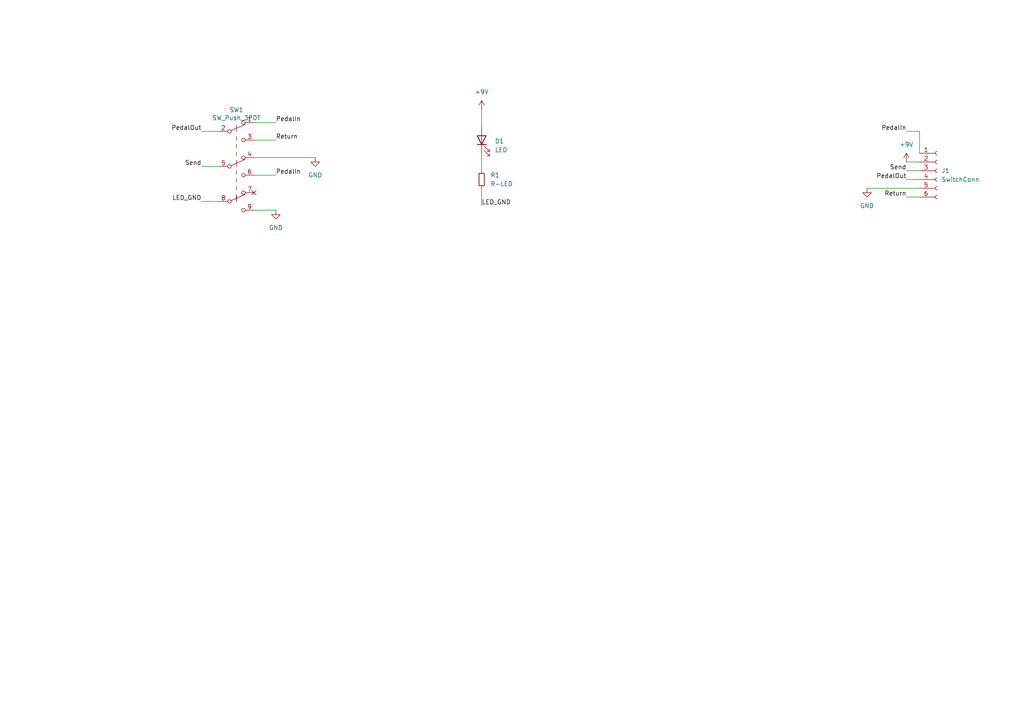
<source format=kicad_sch>
(kicad_sch (version 20211123) (generator eeschema)
  (paper "A4")
  (lib_symbols
    (symbol "3pdt-rescue:SW_Push_3PDT-Switch" (pin_names (offset 0) hide)
      (property "Reference" "SW" (at 0 14.478 0))
      (property "Value" "SW_Push_3PDT-Switch" (at 0 -16.764 0))
      (symbol "SW_Push_3PDT-Switch_0_0"
        (circle (center -2.032 0) (radius 0.508))
        (circle (center -2.032 10.16) (radius 0.508))
        (circle (center 2.032 -2.54) (radius 0.508))
        (circle (center 2.032 7.62) (radius 0.508))
      )
      (symbol "SW_Push_3PDT-Switch_0_1"
        (polyline (pts (xy -1.524 0.254) (xy 2.54 2.032)))
        (polyline (pts (xy -1.524 10.414) (xy 2.54 12.192)))
        (polyline (pts (xy 0 1.778) (xy 0 0)))
        (polyline (pts (xy 0 3.048) (xy 0 4.064)))
        (polyline (pts (xy 0 5.334) (xy 0 6.35)))
        (polyline (pts (xy 0 7.62) (xy 0 8.636)))
        (polyline (pts (xy 0 11.938) (xy 0 10.16)))
        (circle (center 2.032 2.54) (radius 0.508))
        (circle (center 2.032 12.7) (radius 0.508))
      )
      (symbol "SW_Push_3PDT-Switch_1_1"
        (circle (center -2.032 -10.16) (radius 0.508))
        (polyline (pts (xy -1.524 -9.906) (xy 2.54 -8.128)))
        (polyline (pts (xy 0 -8.382) (xy 0 -10.16)))
        (polyline (pts (xy 0 -8.128) (xy 0 -9.906)))
        (polyline (pts (xy 0 -6.858) (xy 0 -5.842)))
        (polyline (pts (xy 0 -4.572) (xy 0 -3.556)))
        (polyline (pts (xy 0 -2.286) (xy 0 -1.27)))
        (circle (center 2.032 -12.7) (radius 0.508))
        (circle (center 2.032 -7.62) (radius 0.508))
        (pin passive line (at 5.08 12.7 180) (length 2.54) (name "A") (number "1"))
        (pin passive line (at -5.08 10.16 0) (length 2.54) (name "B") (number "2"))
        (pin passive line (at 5.08 7.62 180) (length 2.54) (name "C") (number "3"))
        (pin passive line (at 5.08 2.54 180) (length 2.54) (name "A") (number "4"))
        (pin passive line (at -5.08 0 0) (length 2.54) (name "B") (number "5"))
        (pin passive line (at 5.08 -2.54 180) (length 2.54) (name "C") (number "6"))
        (pin passive line (at 5.08 -7.62 180) (length 2.54) (name "A") (number "7"))
        (pin passive line (at -5.08 -10.16 0) (length 2.54) (name "B") (number "8"))
        (pin passive line (at 5.08 -12.7 180) (length 2.54) (name "C") (number "9"))
      )
    )
    (symbol "Connector:Conn_01x06_Female" (pin_names (offset 1.016) hide)
      (property "Reference" "J" (at 0 7.62 0))
      (property "Value" "Conn_01x06_Female" (at 0 -10.16 0))
      (symbol "Conn_01x06_Female_1_1"
        (arc (start 0 -7.112) (mid -0.508 -7.62) (end 0 -8.128) (stroke (width 0.1524)))
        (arc (start 0 -4.572) (mid -0.508 -5.08) (end 0 -5.588) (stroke (width 0.1524)))
        (arc (start 0 -2.032) (mid -0.508 -2.54) (end 0 -3.048) (stroke (width 0.1524)))
        (polyline (pts (xy -1.27 -7.62) (xy -0.508 -7.62)) (stroke (width 0.1524)))
        (polyline (pts (xy -1.27 -5.08) (xy -0.508 -5.08)) (stroke (width 0.1524)))
        (polyline (pts (xy -1.27 -2.54) (xy -0.508 -2.54)) (stroke (width 0.1524)))
        (polyline (pts (xy -1.27 0) (xy -0.508 0)) (stroke (width 0.1524)))
        (polyline (pts (xy -1.27 2.54) (xy -0.508 2.54)) (stroke (width 0.1524)))
        (polyline (pts (xy -1.27 5.08) (xy -0.508 5.08)) (stroke (width 0.1524)))
        (arc (start 0 0.508) (mid -0.508 0) (end 0 -0.508) (stroke (width 0.1524)))
        (arc (start 0 3.048) (mid -0.508 2.54) (end 0 2.032) (stroke (width 0.1524)))
        (arc (start 0 5.588) (mid -0.508 5.08) (end 0 4.572) (stroke (width 0.1524)))
        (pin passive line (at -5.08 5.08 0) (length 3.81) (name "Pin_1") (number "1"))
        (pin passive line (at -5.08 2.54 0) (length 3.81) (name "Pin_2") (number "2"))
        (pin passive line (at -5.08 0 0) (length 3.81) (name "Pin_3") (number "3"))
        (pin passive line (at -5.08 -2.54 0) (length 3.81) (name "Pin_4") (number "4"))
        (pin passive line (at -5.08 -5.08 0) (length 3.81) (name "Pin_5") (number "5"))
        (pin passive line (at -5.08 -7.62 0) (length 3.81) (name "Pin_6") (number "6"))
      )
    )
    (symbol "Device:LED" (pin_numbers hide) (pin_names (offset 1.016) hide)
      (property "Reference" "D" (at 0 2.54 0))
      (property "Value" "LED" (at 0 -2.54 0))
      (symbol "LED_0_1"
        (polyline (pts (xy -1.27 -1.27) (xy -1.27 1.27)) (stroke (width 0.254)))
        (polyline (pts (xy -1.27 0) (xy 1.27 0)))
        (polyline (pts (xy 1.27 -1.27) (xy 1.27 1.27) (xy -1.27 0) (xy 1.27 -1.27)) (stroke (width 0.254)))
        (polyline (pts (xy -3.048 -0.762) (xy -4.572 -2.286) (xy -3.81 -2.286) (xy -4.572 -2.286) (xy -4.572 -1.524)))
        (polyline (pts (xy -1.778 -0.762) (xy -3.302 -2.286) (xy -2.54 -2.286) (xy -3.302 -2.286) (xy -3.302 -1.524)))
      )
      (symbol "LED_1_1"
        (pin passive line (at -3.81 0 0) (length 2.54) (name "K") (number "1"))
        (pin passive line (at 3.81 0 180) (length 2.54) (name "A") (number "2"))
      )
    )
    (symbol "Device:R_Small" (pin_numbers hide) (pin_names (offset 0.254) hide)
      (property "Reference" "R" (at 0.762 0.508 0))
      (property "Value" "R_Small" (at 0.762 -1.016 0))
      (symbol "R_Small_0_1"
        (rectangle (start -0.762 1.778) (end 0.762 -1.778) (stroke (width 0.2032)))
      )
      (symbol "R_Small_1_1"
        (pin passive line (at 0 2.54 270) (length 0.762) (name "~") (number "1"))
        (pin passive line (at 0 -2.54 90) (length 0.762) (name "~") (number "2"))
      )
    )
    (symbol "power:+9V" (power) (pin_names (offset 0))
      (property "Value" "+9V" (at 0 3.556 0))
      (symbol "+9V_0_1"
        (polyline (pts (xy -0.762 1.27) (xy 0 2.54)))
        (polyline (pts (xy 0 0) (xy 0 2.54)))
        (polyline (pts (xy 0 2.54) (xy 0.762 1.27)))
      )
      (symbol "+9V_1_1"
        (pin power_in line (at 0 0 90) (length 0) hide (name "+9V") (number "1"))
      )
    )
    (symbol "power:GND" (power) (pin_names (offset 0))
      (property "Value" "GND" (at 0 -3.81 0))
      (symbol "GND_0_1"
        (polyline (pts (xy 0 0) (xy 0 -1.27) (xy 1.27 -1.27) (xy 0 -2.54) (xy -1.27 -1.27) (xy 0 -1.27)))
      )
      (symbol "GND_1_1"
        (pin power_in line (at 0 0 270) (length 0) hide (name "GND") (number "1"))
      )
    )
  )
  (no_connect (at 73.66 55.88))
  (wire (pts (xy 73.66 35.56) (xy 80.01 35.56)))
  (wire (pts (xy 73.66 60.96) (xy 80.01 60.96)))
  (wire (pts (xy 58.42 48.26) (xy 63.5 48.26)))
  (wire (pts (xy 251.46 54.61) (xy 266.7 54.61)))
  (wire (pts (xy 58.42 38.1) (xy 63.5 38.1)))
  (wire (pts (xy 73.66 50.8) (xy 80.01 50.8)))
  (wire (pts (xy 262.89 38.1) (xy 266.7 38.1)))
  (wire (pts (xy 262.89 46.99) (xy 266.7 46.99)))
  (wire (pts (xy 73.66 40.64) (xy 80.01 40.64)))
  (wire (pts (xy 73.66 45.72) (xy 91.44 45.72)))
  (wire (pts (xy 58.42 58.42) (xy 63.5 58.42)))
  (wire (pts (xy 139.7 31.75) (xy 139.7 36.83)))
  (wire (pts (xy 266.7 38.1) (xy 266.7 44.45)))
  (wire (pts (xy 139.7 44.45) (xy 139.7 49.53)))
  (wire (pts (xy 262.89 52.07) (xy 266.7 52.07)))
  (wire (pts (xy 262.89 49.53) (xy 266.7 49.53)))
  (wire (pts (xy 262.89 57.15) (xy 266.7 57.15)))
  (wire (pts (xy 139.7 54.61) (xy 139.7 59.69)))
  (label "LED_GND" (at 139.7 59.69 0))
  (label "LED_GND" (at 58.42 58.42 180))
  (label "PedalOut" (at 262.89 52.07 180))
  (label "PedalIn" (at 262.89 38.1 180))
  (label "Return" (at 80.01 40.64 0))
  (label "Return" (at 262.89 57.15 180))
  (label "PedalOut" (at 58.42 38.1 180))
  (label "Send" (at 58.42 48.26 180))
  (label "PedalIn" (at 80.01 35.56 0))
  (label "PedalIn" (at 80.01 50.8 0))
  (label "Send" (at 262.89 49.53 180))
  (symbol (lib_id "Device:LED") (at 139.7 40.64 90) (unit 1)
    (property "Reference" "D1" (at 143.51 40.9574 90) (effects (justify right)))
    (property "Value" "LED" (at 143.51 43.4974 90) (effects (justify right)))
    (property "Footprint" "LED_THT:LED_Rectangular_W5.0mm_H2.0mm" (effects hide))
  )
  (symbol (lib_id "power:GND") (at 251.46 54.61 0) (unit 1)
    (property "Reference" "#PWR04" (effects hide))
    (property "Value" "GND" (at 251.46 59.69 0))
  )
  (symbol (lib_id "power:GND") (at 91.44 45.72 0) (unit 1)
    (property "Reference" "#PWR01" (effects hide))
    (property "Value" "GND" (at 91.44 50.8 0))
  )
  (symbol (lib_id "3pdt-rescue:SW_Push_3PDT-Switch") (at 68.58 48.26 0) (unit 1)
    (property "Reference" "SW1" (at 68.58 31.877 0))
    (property "Value" "SW_Push_3PDT" (at 68.58 34.1884 0))
    (property "Footprint" "pedal-component-footprint:3PDT.LUGS.FLPVSK" (effects hide))
  )
  (symbol (lib_id "Connector:Conn_01x06_Female") (at 271.78 49.53 0) (unit 1)
    (property "Reference" "J1" (at 273.05 49.5299 0) (effects (justify left)))
    (property "Value" "SwitchConn" (at 273.05 52.0699 0) (effects (justify left)))
    (property "Footprint" "Connector_PinHeader_2.54mm:PinHeader_1x06_P2.54mm_Vertical" (effects hide))
  )
  (symbol (lib_id "power:+9V") (at 139.7 31.75 0) (unit 1)
    (property "Reference" "#PWR03" (effects hide))
    (property "Value" "+9V" (at 139.7 26.67 0))
  )
  (symbol (lib_id "Device:R_Small") (at 139.7 52.07 0) (unit 1)
    (property "Reference" "R1" (at 142.24 50.7999 0) (effects (justify left)))
    (property "Value" "R-LED" (at 142.24 53.3399 0) (effects (justify left)))
    (property "Footprint" "Resistor_THT:R_Axial_DIN0207_L6.3mm_D2.5mm_P7.62mm_Horizontal" (effects hide))
  )
  (symbol (lib_id "power:GND") (at 80.01 60.96 0) (unit 1)
    (property "Reference" "#PWR02" (effects hide))
    (property "Value" "GND" (at 80.01 66.04 0))
  )
  (symbol (lib_id "power:+9V") (at 262.89 46.99 0) (unit 1)
    (property "Reference" "#PWR05" (effects hide))
    (property "Value" "+9V" (at 262.89 41.91 0))
  )
)
</source>
